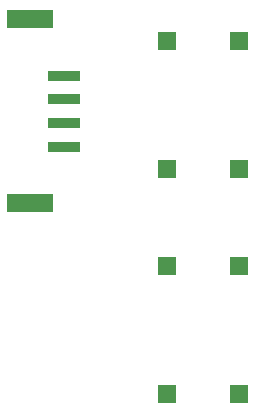
<source format=gbr>
G04 #@! TF.FileFunction,Paste,Top*
%FSLAX46Y46*%
G04 Gerber Fmt 4.6, Leading zero omitted, Abs format (unit mm)*
G04 Created by KiCad (PCBNEW 4.0.6-e0-6349~53~ubuntu16.04.1) date Thu Jul 20 21:21:51 2017*
%MOMM*%
%LPD*%
G01*
G04 APERTURE LIST*
%ADD10C,0.150000*%
%ADD11R,1.599184X1.599184*%
%ADD12R,4.000000X1.600000*%
%ADD13R,2.712000X0.896000*%
G04 APERTURE END LIST*
D10*
D11*
X50500120Y-32410200D03*
X44399040Y-32410200D03*
X50500120Y-21584720D03*
X44399040Y-21584720D03*
D12*
X32800000Y-35300000D03*
X32800000Y-19700000D03*
D13*
X35700000Y-30500000D03*
X35700000Y-24500000D03*
X35700000Y-26500000D03*
X35700000Y-28500000D03*
D11*
X50500120Y-51410200D03*
X44399040Y-51410200D03*
X50500120Y-40584720D03*
X44399040Y-40584720D03*
M02*

</source>
